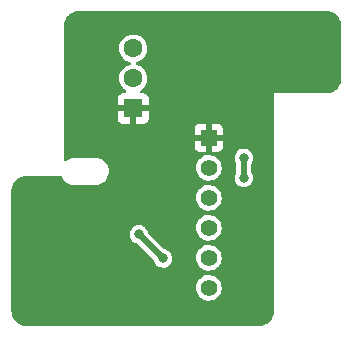
<source format=gbr>
%TF.GenerationSoftware,KiCad,Pcbnew,7.0.10-7.0.10~ubuntu22.04.1*%
%TF.CreationDate,2024-01-21T09:33:42-08:00*%
%TF.ProjectId,MAG_encoder_adapter,4d41475f-656e-4636-9f64-65725f616461,rev?*%
%TF.SameCoordinates,Original*%
%TF.FileFunction,Copper,L2,Bot*%
%TF.FilePolarity,Positive*%
%FSLAX46Y46*%
G04 Gerber Fmt 4.6, Leading zero omitted, Abs format (unit mm)*
G04 Created by KiCad (PCBNEW 7.0.10-7.0.10~ubuntu22.04.1) date 2024-01-21 09:33:42*
%MOMM*%
%LPD*%
G01*
G04 APERTURE LIST*
%TA.AperFunction,ComponentPad*%
%ADD10R,1.600200X1.600200*%
%TD*%
%TA.AperFunction,ComponentPad*%
%ADD11C,1.600200*%
%TD*%
%TA.AperFunction,ComponentPad*%
%ADD12R,1.397000X1.397000*%
%TD*%
%TA.AperFunction,ComponentPad*%
%ADD13C,1.397000*%
%TD*%
%TA.AperFunction,ViaPad*%
%ADD14C,0.800000*%
%TD*%
%TA.AperFunction,ViaPad*%
%ADD15C,1.016000*%
%TD*%
%TA.AperFunction,Conductor*%
%ADD16C,0.508000*%
%TD*%
G04 APERTURE END LIST*
D10*
%TO.P,J2,1,Pin_1*%
%TO.N,GND*%
X167156451Y-109220000D03*
D11*
%TO.P,J2,2,Pin_2*%
%TO.N,+5V*%
X167156451Y-106680000D03*
%TO.P,J2,3,Pin_3*%
%TO.N,/AIN*%
X167156451Y-104140000D03*
%TD*%
D12*
%TO.P,J3,1,Pin_1*%
%TO.N,GND*%
X173558200Y-111709200D03*
D13*
%TO.P,J3,2,Pin_2*%
%TO.N,+5V*%
X173558200Y-114249200D03*
%TO.P,J3,3,Pin_3*%
%TO.N,/A*%
X173558200Y-116789200D03*
%TO.P,J3,4,Pin_4*%
%TO.N,/B*%
X173558200Y-119329200D03*
%TO.P,J3,5,Pin_5*%
%TO.N,/PWM*%
X173558200Y-121869200D03*
%TO.P,J3,6,Pin_6*%
%TO.N,/AIN*%
X173558200Y-124409200D03*
%TD*%
D14*
%TO.N,GND*%
X172720000Y-104140000D03*
D15*
X161290000Y-118110000D03*
D14*
%TO.N,/PWM*%
X167640000Y-119888000D03*
X169672000Y-121920000D03*
%TO.N,/AIN*%
X176530000Y-113395700D03*
X176530000Y-115102700D03*
%TD*%
D16*
%TO.N,/PWM*%
X169672000Y-121920000D02*
X167640000Y-119888000D01*
%TO.N,/AIN*%
X176530000Y-113395700D02*
X176530000Y-115102700D01*
%TD*%
%TA.AperFunction,Conductor*%
%TO.N,GND*%
G36*
X183520474Y-100965479D02*
G01*
X183568516Y-100969682D01*
X183724555Y-100983334D01*
X183746178Y-100987146D01*
X183879535Y-101022879D01*
X183938718Y-101038737D01*
X183959358Y-101046249D01*
X184140015Y-101130492D01*
X184159026Y-101141468D01*
X184300489Y-101240522D01*
X184322314Y-101255804D01*
X184339138Y-101269922D01*
X184480078Y-101410862D01*
X184494196Y-101427686D01*
X184608532Y-101590974D01*
X184619508Y-101609985D01*
X184693102Y-101767807D01*
X184703751Y-101790643D01*
X184711263Y-101811282D01*
X184762853Y-102003818D01*
X184766667Y-102025448D01*
X184784521Y-102229526D01*
X184785000Y-102240507D01*
X184785000Y-106674493D01*
X184784521Y-106685474D01*
X184766667Y-106889552D01*
X184762853Y-106911182D01*
X184711263Y-107103718D01*
X184703751Y-107124357D01*
X184619508Y-107305015D01*
X184608532Y-107324026D01*
X184509478Y-107465489D01*
X184494196Y-107487314D01*
X184480078Y-107504138D01*
X184339138Y-107645078D01*
X184322314Y-107659196D01*
X184159026Y-107773532D01*
X184140015Y-107784508D01*
X183982193Y-107858102D01*
X183959357Y-107868751D01*
X183938717Y-107876263D01*
X183746178Y-107927854D01*
X183724555Y-107931666D01*
X183568516Y-107945318D01*
X183520474Y-107949521D01*
X183509493Y-107950000D01*
X176530000Y-107950000D01*
X176530000Y-100965000D01*
X183509493Y-100965000D01*
X183520474Y-100965479D01*
G37*
%TD.AperFunction*%
%TD*%
%TA.AperFunction,Conductor*%
%TO.N,GND*%
G36*
X179070000Y-126359493D02*
G01*
X179069521Y-126370474D01*
X179051667Y-126574552D01*
X179047853Y-126596182D01*
X178996263Y-126788718D01*
X178988751Y-126809357D01*
X178904508Y-126990015D01*
X178893532Y-127009026D01*
X178794478Y-127150489D01*
X178779196Y-127172314D01*
X178765078Y-127189138D01*
X178624138Y-127330078D01*
X178607314Y-127344196D01*
X178444026Y-127458532D01*
X178425015Y-127469508D01*
X178267193Y-127543102D01*
X178244357Y-127553751D01*
X178223717Y-127561263D01*
X178031178Y-127612854D01*
X178009555Y-127616666D01*
X177853516Y-127630318D01*
X177805474Y-127634521D01*
X177794493Y-127635000D01*
X158120507Y-127635000D01*
X158109526Y-127634521D01*
X158061484Y-127630318D01*
X157905445Y-127616666D01*
X157883822Y-127612854D01*
X157691283Y-127561263D01*
X157670643Y-127553751D01*
X157647807Y-127543102D01*
X157489985Y-127469508D01*
X157470974Y-127458532D01*
X157307686Y-127344196D01*
X157290862Y-127330078D01*
X157149922Y-127189138D01*
X157135804Y-127172314D01*
X157120522Y-127150489D01*
X157021468Y-127009026D01*
X157010492Y-126990015D01*
X156926249Y-126809357D01*
X156918737Y-126788718D01*
X156867147Y-126596182D01*
X156863333Y-126574552D01*
X156845479Y-126370474D01*
X156845000Y-126359493D01*
X156845000Y-124380808D01*
X172473945Y-124380808D01*
X172486927Y-124578873D01*
X172535786Y-124771256D01*
X172618885Y-124951513D01*
X172733443Y-125113609D01*
X172875622Y-125252113D01*
X173040661Y-125362389D01*
X173045964Y-125364667D01*
X173045967Y-125364669D01*
X173121769Y-125397236D01*
X173223032Y-125440742D01*
X173294105Y-125456824D01*
X173410991Y-125483273D01*
X173410996Y-125483274D01*
X173416628Y-125484548D01*
X173422399Y-125484775D01*
X173422401Y-125484775D01*
X173481462Y-125487095D01*
X173614965Y-125492341D01*
X173713183Y-125478100D01*
X173805687Y-125464688D01*
X173805692Y-125464687D01*
X173811401Y-125463859D01*
X173999358Y-125400056D01*
X174172539Y-125303070D01*
X174325147Y-125176147D01*
X174452070Y-125023539D01*
X174549056Y-124850358D01*
X174612859Y-124662401D01*
X174613687Y-124656692D01*
X174613688Y-124656687D01*
X174640808Y-124469638D01*
X174641341Y-124465965D01*
X174642827Y-124409200D01*
X174624665Y-124211542D01*
X174570787Y-124020504D01*
X174482997Y-123842484D01*
X174364235Y-123683443D01*
X174359999Y-123679527D01*
X174222720Y-123552628D01*
X174222718Y-123552626D01*
X174218479Y-123548708D01*
X174050610Y-123442790D01*
X174045250Y-123440652D01*
X174045247Y-123440650D01*
X173958431Y-123406014D01*
X173866251Y-123369238D01*
X173860594Y-123368113D01*
X173860588Y-123368111D01*
X173677241Y-123331642D01*
X173677239Y-123331642D01*
X173671574Y-123330515D01*
X173665799Y-123330439D01*
X173665795Y-123330439D01*
X173566838Y-123329144D01*
X173473101Y-123327917D01*
X173467404Y-123328896D01*
X173467403Y-123328896D01*
X173283175Y-123360552D01*
X173277478Y-123361531D01*
X173091256Y-123430232D01*
X172920672Y-123531718D01*
X172771439Y-123662592D01*
X172767864Y-123667127D01*
X172767863Y-123667128D01*
X172755001Y-123683443D01*
X172648555Y-123818470D01*
X172645866Y-123823581D01*
X172645864Y-123823584D01*
X172599189Y-123912298D01*
X172556135Y-123994131D01*
X172497275Y-124183693D01*
X172473945Y-124380808D01*
X156845000Y-124380808D01*
X156845000Y-119877020D01*
X166853632Y-119877020D01*
X166870741Y-120051511D01*
X166926083Y-120217876D01*
X166929730Y-120223898D01*
X166929731Y-120223900D01*
X167012606Y-120360742D01*
X167016908Y-120367846D01*
X167021797Y-120372909D01*
X167021798Y-120372910D01*
X167052351Y-120404548D01*
X167138701Y-120493966D01*
X167144593Y-120497821D01*
X167144597Y-120497825D01*
X167229457Y-120553355D01*
X167285410Y-120589970D01*
X167292014Y-120592426D01*
X167443140Y-120648629D01*
X167443142Y-120648629D01*
X167449742Y-120651084D01*
X167456725Y-120652016D01*
X167456726Y-120652016D01*
X167462134Y-120652737D01*
X167470487Y-120653852D01*
X167535364Y-120682687D01*
X167542918Y-120689650D01*
X168868181Y-122014914D01*
X168902149Y-122077474D01*
X168902741Y-122083511D01*
X168958083Y-122249876D01*
X168961730Y-122255898D01*
X168961731Y-122255900D01*
X168991401Y-122304890D01*
X169048908Y-122399846D01*
X169053797Y-122404909D01*
X169053798Y-122404910D01*
X169124868Y-122478505D01*
X169170701Y-122525966D01*
X169176593Y-122529821D01*
X169176597Y-122529825D01*
X169236294Y-122568889D01*
X169317410Y-122621970D01*
X169324014Y-122624426D01*
X169475140Y-122680629D01*
X169475142Y-122680629D01*
X169481742Y-122683084D01*
X169488725Y-122684016D01*
X169488726Y-122684016D01*
X169648549Y-122705342D01*
X169648553Y-122705342D01*
X169655530Y-122706273D01*
X169662541Y-122705635D01*
X169662545Y-122705635D01*
X169800105Y-122693115D01*
X169830137Y-122690382D01*
X169836839Y-122688204D01*
X169836841Y-122688204D01*
X169990185Y-122638380D01*
X169990188Y-122638379D01*
X169996884Y-122636203D01*
X170147484Y-122546427D01*
X170152578Y-122541576D01*
X170152582Y-122541573D01*
X170221833Y-122475625D01*
X170274452Y-122425517D01*
X170371477Y-122279482D01*
X170433737Y-122115581D01*
X170458138Y-121941959D01*
X170458445Y-121920000D01*
X170449562Y-121840808D01*
X172473945Y-121840808D01*
X172486927Y-122038873D01*
X172535786Y-122231256D01*
X172618885Y-122411513D01*
X172622218Y-122416229D01*
X172714233Y-122546427D01*
X172733443Y-122573609D01*
X172875622Y-122712113D01*
X173040661Y-122822389D01*
X173045964Y-122824667D01*
X173045967Y-122824669D01*
X173121769Y-122857236D01*
X173223032Y-122900742D01*
X173294105Y-122916824D01*
X173410991Y-122943273D01*
X173410996Y-122943274D01*
X173416628Y-122944548D01*
X173422399Y-122944775D01*
X173422401Y-122944775D01*
X173481462Y-122947095D01*
X173614965Y-122952341D01*
X173713183Y-122938100D01*
X173805687Y-122924688D01*
X173805692Y-122924687D01*
X173811401Y-122923859D01*
X173999358Y-122860056D01*
X174172539Y-122763070D01*
X174325147Y-122636147D01*
X174396769Y-122550031D01*
X174448379Y-122487977D01*
X174452070Y-122483539D01*
X174549056Y-122310358D01*
X174612859Y-122122401D01*
X174613687Y-122116692D01*
X174613688Y-122116687D01*
X174640808Y-121929638D01*
X174641341Y-121925965D01*
X174642827Y-121869200D01*
X174624665Y-121671542D01*
X174570787Y-121480504D01*
X174482997Y-121302484D01*
X174364235Y-121143443D01*
X174359999Y-121139527D01*
X174222720Y-121012628D01*
X174222718Y-121012626D01*
X174218479Y-121008708D01*
X174050610Y-120902790D01*
X174045250Y-120900652D01*
X174045247Y-120900650D01*
X173958430Y-120866014D01*
X173866251Y-120829238D01*
X173860594Y-120828113D01*
X173860588Y-120828111D01*
X173677241Y-120791642D01*
X173677239Y-120791642D01*
X173671574Y-120790515D01*
X173665799Y-120790439D01*
X173665795Y-120790439D01*
X173566838Y-120789144D01*
X173473101Y-120787917D01*
X173467404Y-120788896D01*
X173467403Y-120788896D01*
X173283175Y-120820552D01*
X173277478Y-120821531D01*
X173091256Y-120890232D01*
X172920672Y-120991718D01*
X172771439Y-121122592D01*
X172767864Y-121127127D01*
X172767863Y-121127128D01*
X172755001Y-121143443D01*
X172648555Y-121278470D01*
X172645866Y-121283581D01*
X172645864Y-121283584D01*
X172599189Y-121372298D01*
X172556135Y-121454131D01*
X172497275Y-121643693D01*
X172473945Y-121840808D01*
X170449562Y-121840808D01*
X170438901Y-121745764D01*
X170415060Y-121677299D01*
X170383557Y-121586835D01*
X170383556Y-121586833D01*
X170381242Y-121580188D01*
X170322430Y-121486069D01*
X170292064Y-121437473D01*
X170292063Y-121437471D01*
X170288332Y-121431501D01*
X170164789Y-121307094D01*
X170158846Y-121303322D01*
X170158843Y-121303320D01*
X170077270Y-121251552D01*
X170016755Y-121213148D01*
X169989570Y-121203468D01*
X169858220Y-121156696D01*
X169858215Y-121156695D01*
X169851585Y-121154334D01*
X169844597Y-121153501D01*
X169844594Y-121153500D01*
X169842092Y-121153202D01*
X169840599Y-121152563D01*
X169837729Y-121151890D01*
X169837847Y-121151386D01*
X169776819Y-121125275D01*
X169767915Y-121117183D01*
X168443460Y-119792728D01*
X168409434Y-119730416D01*
X168408269Y-119723329D01*
X168407686Y-119720763D01*
X168406901Y-119713764D01*
X168349242Y-119548188D01*
X168256332Y-119399501D01*
X168247835Y-119390944D01*
X168193853Y-119336585D01*
X168158324Y-119300808D01*
X172473945Y-119300808D01*
X172486927Y-119498873D01*
X172535786Y-119691256D01*
X172618885Y-119871513D01*
X172733443Y-120033609D01*
X172875622Y-120172113D01*
X173040661Y-120282389D01*
X173045964Y-120284667D01*
X173045967Y-120284669D01*
X173121769Y-120317236D01*
X173223032Y-120360742D01*
X173294105Y-120376824D01*
X173410991Y-120403273D01*
X173410996Y-120403274D01*
X173416628Y-120404548D01*
X173422399Y-120404775D01*
X173422401Y-120404775D01*
X173481462Y-120407095D01*
X173614965Y-120412341D01*
X173713183Y-120398100D01*
X173805687Y-120384688D01*
X173805692Y-120384687D01*
X173811401Y-120383859D01*
X173999358Y-120320056D01*
X174172539Y-120223070D01*
X174325147Y-120096147D01*
X174452070Y-119943539D01*
X174549056Y-119770358D01*
X174612859Y-119582401D01*
X174613687Y-119576692D01*
X174613688Y-119576687D01*
X174640808Y-119389638D01*
X174641341Y-119385965D01*
X174642827Y-119329200D01*
X174624665Y-119131542D01*
X174621175Y-119119165D01*
X174572356Y-118946069D01*
X174570787Y-118940504D01*
X174482997Y-118762484D01*
X174364235Y-118603443D01*
X174359999Y-118599527D01*
X174222720Y-118472628D01*
X174222718Y-118472626D01*
X174218479Y-118468708D01*
X174050610Y-118362790D01*
X174045250Y-118360652D01*
X174045247Y-118360650D01*
X173958431Y-118326014D01*
X173866251Y-118289238D01*
X173860594Y-118288113D01*
X173860588Y-118288111D01*
X173677241Y-118251642D01*
X173677239Y-118251642D01*
X173671574Y-118250515D01*
X173665799Y-118250439D01*
X173665795Y-118250439D01*
X173566838Y-118249144D01*
X173473101Y-118247917D01*
X173467404Y-118248896D01*
X173467403Y-118248896D01*
X173283175Y-118280552D01*
X173277478Y-118281531D01*
X173091256Y-118350232D01*
X172920672Y-118451718D01*
X172771439Y-118582592D01*
X172767864Y-118587127D01*
X172767863Y-118587128D01*
X172755001Y-118603443D01*
X172648555Y-118738470D01*
X172645866Y-118743581D01*
X172645864Y-118743584D01*
X172599189Y-118832298D01*
X172556135Y-118914131D01*
X172497275Y-119103693D01*
X172473945Y-119300808D01*
X168158324Y-119300808D01*
X168132789Y-119275094D01*
X168126846Y-119271322D01*
X168126843Y-119271320D01*
X168045270Y-119219552D01*
X167984755Y-119181148D01*
X167957570Y-119171468D01*
X167826220Y-119124696D01*
X167826215Y-119124695D01*
X167819585Y-119122334D01*
X167812597Y-119121501D01*
X167812594Y-119121500D01*
X167692307Y-119107157D01*
X167645490Y-119101574D01*
X167638487Y-119102310D01*
X167638486Y-119102310D01*
X167478122Y-119119165D01*
X167478120Y-119119166D01*
X167471122Y-119119901D01*
X167305148Y-119176403D01*
X167291296Y-119184925D01*
X167161823Y-119264577D01*
X167161820Y-119264579D01*
X167155816Y-119268273D01*
X167150781Y-119273204D01*
X167150778Y-119273206D01*
X167089817Y-119332904D01*
X167030549Y-119390944D01*
X166935572Y-119538319D01*
X166933163Y-119544939D01*
X166933161Y-119544942D01*
X166879907Y-119691256D01*
X166875606Y-119703074D01*
X166874723Y-119710062D01*
X166874723Y-119710063D01*
X166873047Y-119723329D01*
X166853632Y-119877020D01*
X156845000Y-119877020D01*
X156845000Y-116760808D01*
X172473945Y-116760808D01*
X172486927Y-116958873D01*
X172535786Y-117151256D01*
X172618885Y-117331513D01*
X172733443Y-117493609D01*
X172875622Y-117632113D01*
X173040661Y-117742389D01*
X173045964Y-117744667D01*
X173045967Y-117744669D01*
X173121769Y-117777236D01*
X173223032Y-117820742D01*
X173294105Y-117836824D01*
X173410991Y-117863273D01*
X173410996Y-117863274D01*
X173416628Y-117864548D01*
X173422399Y-117864775D01*
X173422401Y-117864775D01*
X173481462Y-117867095D01*
X173614965Y-117872341D01*
X173713183Y-117858100D01*
X173805687Y-117844688D01*
X173805692Y-117844687D01*
X173811401Y-117843859D01*
X173999358Y-117780056D01*
X174172539Y-117683070D01*
X174325147Y-117556147D01*
X174452070Y-117403539D01*
X174549056Y-117230358D01*
X174612859Y-117042401D01*
X174613687Y-117036692D01*
X174613688Y-117036687D01*
X174640808Y-116849638D01*
X174641341Y-116845965D01*
X174642827Y-116789200D01*
X174624665Y-116591542D01*
X174570787Y-116400504D01*
X174482997Y-116222484D01*
X174364235Y-116063443D01*
X174359999Y-116059527D01*
X174222720Y-115932628D01*
X174222718Y-115932626D01*
X174218479Y-115928708D01*
X174050610Y-115822790D01*
X174045250Y-115820652D01*
X174045247Y-115820650D01*
X173946570Y-115781282D01*
X173866251Y-115749238D01*
X173860594Y-115748113D01*
X173860588Y-115748111D01*
X173677241Y-115711642D01*
X173677239Y-115711642D01*
X173671574Y-115710515D01*
X173665799Y-115710439D01*
X173665795Y-115710439D01*
X173566838Y-115709144D01*
X173473101Y-115707917D01*
X173467404Y-115708896D01*
X173467403Y-115708896D01*
X173377914Y-115724273D01*
X173277478Y-115741531D01*
X173091256Y-115810232D01*
X172920672Y-115911718D01*
X172771439Y-116042592D01*
X172767864Y-116047127D01*
X172767863Y-116047128D01*
X172755001Y-116063443D01*
X172648555Y-116198470D01*
X172645866Y-116203581D01*
X172645864Y-116203584D01*
X172599189Y-116292298D01*
X172556135Y-116374131D01*
X172497275Y-116563693D01*
X172473945Y-116760808D01*
X156845000Y-116760808D01*
X156845000Y-116210507D01*
X156845479Y-116199526D01*
X156863333Y-115995448D01*
X156867147Y-115973818D01*
X156884579Y-115908763D01*
X156918737Y-115781282D01*
X156926249Y-115760643D01*
X156962129Y-115683698D01*
X157010492Y-115579985D01*
X157021468Y-115560974D01*
X157135804Y-115397686D01*
X157149922Y-115380862D01*
X157290862Y-115239922D01*
X157307686Y-115225804D01*
X157345710Y-115199179D01*
X157470974Y-115111468D01*
X157489985Y-115100492D01*
X157670642Y-115016249D01*
X157691282Y-115008737D01*
X157733375Y-114997458D01*
X157883822Y-114957146D01*
X157905445Y-114953334D01*
X158061484Y-114939682D01*
X158109526Y-114935479D01*
X158120507Y-114935000D01*
X161100637Y-114935000D01*
X161142472Y-115048399D01*
X161249926Y-115229012D01*
X161388494Y-115387019D01*
X161553537Y-115517128D01*
X161558653Y-115519819D01*
X161558655Y-115519821D01*
X161734410Y-115612290D01*
X161739527Y-115614982D01*
X161940234Y-115677304D01*
X161945969Y-115677983D01*
X161945970Y-115677983D01*
X161976532Y-115681600D01*
X162110874Y-115697500D01*
X164010316Y-115697500D01*
X164166279Y-115683169D01*
X164171841Y-115681600D01*
X164171843Y-115681600D01*
X164267414Y-115654646D01*
X164368549Y-115626123D01*
X164557037Y-115533171D01*
X164644240Y-115468054D01*
X164720805Y-115410880D01*
X164720806Y-115410879D01*
X164725429Y-115407427D01*
X164729345Y-115403191D01*
X164864167Y-115257341D01*
X164864169Y-115257338D01*
X164868086Y-115253101D01*
X164980231Y-115075362D01*
X165058108Y-114880163D01*
X165059233Y-114874506D01*
X165059235Y-114874500D01*
X165097981Y-114679707D01*
X165097981Y-114679705D01*
X165099108Y-114674040D01*
X165099475Y-114646064D01*
X165101783Y-114469680D01*
X165101859Y-114463898D01*
X165066268Y-114256772D01*
X165053000Y-114220808D01*
X172473945Y-114220808D01*
X172486927Y-114418873D01*
X172535786Y-114611256D01*
X172618885Y-114791513D01*
X172622218Y-114796229D01*
X172713057Y-114924763D01*
X172733443Y-114953609D01*
X172875622Y-115092113D01*
X173040661Y-115202389D01*
X173045964Y-115204667D01*
X173045967Y-115204669D01*
X173158696Y-115253101D01*
X173223032Y-115280742D01*
X173294105Y-115296824D01*
X173410991Y-115323273D01*
X173410996Y-115323274D01*
X173416628Y-115324548D01*
X173422399Y-115324775D01*
X173422401Y-115324775D01*
X173481462Y-115327095D01*
X173614965Y-115332341D01*
X173713183Y-115318100D01*
X173805687Y-115304688D01*
X173805692Y-115304687D01*
X173811401Y-115303859D01*
X173827834Y-115298281D01*
X173993890Y-115241912D01*
X173999358Y-115240056D01*
X174172539Y-115143070D01*
X174234281Y-115091720D01*
X175743632Y-115091720D01*
X175760741Y-115266211D01*
X175816083Y-115432576D01*
X175819730Y-115438598D01*
X175819731Y-115438600D01*
X175893844Y-115560974D01*
X175906908Y-115582546D01*
X175911797Y-115587609D01*
X175911798Y-115587610D01*
X175948990Y-115626123D01*
X176028701Y-115708666D01*
X176034593Y-115712521D01*
X176034597Y-115712525D01*
X176108130Y-115760643D01*
X176175410Y-115804670D01*
X176182014Y-115807126D01*
X176333140Y-115863329D01*
X176333142Y-115863329D01*
X176339742Y-115865784D01*
X176346725Y-115866716D01*
X176346726Y-115866716D01*
X176506549Y-115888042D01*
X176506553Y-115888042D01*
X176513530Y-115888973D01*
X176520541Y-115888335D01*
X176520545Y-115888335D01*
X176658105Y-115875815D01*
X176688137Y-115873082D01*
X176694839Y-115870904D01*
X176694841Y-115870904D01*
X176848185Y-115821080D01*
X176848188Y-115821079D01*
X176854884Y-115818903D01*
X177005484Y-115729127D01*
X177010578Y-115724276D01*
X177010582Y-115724273D01*
X177112001Y-115627692D01*
X177132452Y-115608217D01*
X177229477Y-115462182D01*
X177291737Y-115298281D01*
X177305665Y-115199179D01*
X177315587Y-115128583D01*
X177315588Y-115128575D01*
X177316138Y-115124659D01*
X177316291Y-115113680D01*
X177316390Y-115106662D01*
X177316390Y-115106656D01*
X177316445Y-115102700D01*
X177296901Y-114928464D01*
X177293179Y-114917774D01*
X177241557Y-114769535D01*
X177241556Y-114769533D01*
X177239242Y-114762888D01*
X177197067Y-114695393D01*
X177184646Y-114675516D01*
X177165500Y-114608746D01*
X177165500Y-113889517D01*
X177186552Y-113819790D01*
X177225576Y-113761054D01*
X177225577Y-113761052D01*
X177229477Y-113755182D01*
X177291737Y-113591281D01*
X177303564Y-113507128D01*
X177315587Y-113421583D01*
X177315588Y-113421575D01*
X177316138Y-113417659D01*
X177316445Y-113395700D01*
X177296901Y-113221464D01*
X177293179Y-113210774D01*
X177241557Y-113062535D01*
X177241556Y-113062533D01*
X177239242Y-113055888D01*
X177146332Y-112907201D01*
X177137835Y-112898644D01*
X177027754Y-112787794D01*
X177022789Y-112782794D01*
X177016846Y-112779022D01*
X177016843Y-112779020D01*
X176935270Y-112727252D01*
X176874755Y-112688848D01*
X176801466Y-112662751D01*
X176716220Y-112632396D01*
X176716215Y-112632395D01*
X176709585Y-112630034D01*
X176702597Y-112629201D01*
X176702594Y-112629200D01*
X176582307Y-112614857D01*
X176535490Y-112609274D01*
X176528487Y-112610010D01*
X176528486Y-112610010D01*
X176368122Y-112626865D01*
X176368120Y-112626866D01*
X176361122Y-112627601D01*
X176195148Y-112684103D01*
X176181296Y-112692625D01*
X176051823Y-112772277D01*
X176051820Y-112772279D01*
X176045816Y-112775973D01*
X176040781Y-112780904D01*
X176040778Y-112780906D01*
X175958965Y-112861024D01*
X175920549Y-112898644D01*
X175825572Y-113046019D01*
X175823163Y-113052639D01*
X175823161Y-113052642D01*
X175768970Y-113201531D01*
X175765606Y-113210774D01*
X175764723Y-113217762D01*
X175764723Y-113217763D01*
X175763372Y-113228461D01*
X175743632Y-113384720D01*
X175760741Y-113559211D01*
X175816083Y-113725576D01*
X175819730Y-113731598D01*
X175819731Y-113731600D01*
X175876276Y-113824967D01*
X175894500Y-113890238D01*
X175894500Y-114608981D01*
X175874411Y-114677236D01*
X175825572Y-114753019D01*
X175823163Y-114759639D01*
X175823161Y-114759642D01*
X175781356Y-114874500D01*
X175765606Y-114917774D01*
X175764723Y-114924762D01*
X175764723Y-114924763D01*
X175763430Y-114935000D01*
X175743632Y-115091720D01*
X174234281Y-115091720D01*
X174325147Y-115016147D01*
X174452070Y-114863539D01*
X174549056Y-114690358D01*
X174612859Y-114502401D01*
X174613687Y-114496692D01*
X174613688Y-114496687D01*
X174640808Y-114309638D01*
X174641341Y-114305965D01*
X174642827Y-114249200D01*
X174624665Y-114051542D01*
X174570787Y-113860504D01*
X174482997Y-113682484D01*
X174364235Y-113523443D01*
X174359999Y-113519527D01*
X174222720Y-113392628D01*
X174222718Y-113392626D01*
X174218479Y-113388708D01*
X174050610Y-113282790D01*
X174045250Y-113280652D01*
X174045247Y-113280650D01*
X173958430Y-113246014D01*
X173866251Y-113209238D01*
X173860594Y-113208113D01*
X173860588Y-113208111D01*
X173677241Y-113171642D01*
X173677239Y-113171642D01*
X173671574Y-113170515D01*
X173665799Y-113170439D01*
X173665795Y-113170439D01*
X173566838Y-113169144D01*
X173473101Y-113167917D01*
X173467404Y-113168896D01*
X173467403Y-113168896D01*
X173283175Y-113200552D01*
X173277478Y-113201531D01*
X173091256Y-113270232D01*
X172920672Y-113371718D01*
X172771439Y-113502592D01*
X172767864Y-113507127D01*
X172767863Y-113507128D01*
X172755001Y-113523443D01*
X172648555Y-113658470D01*
X172645866Y-113663581D01*
X172645864Y-113663584D01*
X172626403Y-113700573D01*
X172556135Y-113834131D01*
X172497275Y-114023693D01*
X172473945Y-114220808D01*
X165053000Y-114220808D01*
X164993528Y-114059601D01*
X164886074Y-113878988D01*
X164747506Y-113720981D01*
X164645065Y-113640223D01*
X164587002Y-113594450D01*
X164587000Y-113594449D01*
X164582463Y-113590872D01*
X164577347Y-113588181D01*
X164577345Y-113588179D01*
X164401590Y-113495710D01*
X164401588Y-113495709D01*
X164396473Y-113493018D01*
X164195766Y-113430696D01*
X164190031Y-113430017D01*
X164190030Y-113430017D01*
X164118768Y-113421583D01*
X164025126Y-113410500D01*
X162125684Y-113410500D01*
X161969721Y-113424831D01*
X161964159Y-113426400D01*
X161964157Y-113426400D01*
X161868586Y-113453354D01*
X161767451Y-113481877D01*
X161578963Y-113574829D01*
X161574335Y-113578285D01*
X161574330Y-113578288D01*
X161491388Y-113640223D01*
X161424839Y-113664955D01*
X161355483Y-113649780D01*
X161305340Y-113599518D01*
X161290000Y-113539265D01*
X161290000Y-112452369D01*
X172351701Y-112452369D01*
X172352071Y-112459190D01*
X172357595Y-112510052D01*
X172361221Y-112525304D01*
X172406376Y-112645754D01*
X172414914Y-112661349D01*
X172491415Y-112763424D01*
X172503976Y-112775985D01*
X172606051Y-112852486D01*
X172621646Y-112861024D01*
X172742094Y-112906178D01*
X172757349Y-112909805D01*
X172808214Y-112915331D01*
X172815028Y-112915700D01*
X173286085Y-112915700D01*
X173301324Y-112911225D01*
X173302529Y-112909835D01*
X173304200Y-112902152D01*
X173304200Y-112897584D01*
X173812200Y-112897584D01*
X173816675Y-112912823D01*
X173818065Y-112914028D01*
X173825748Y-112915699D01*
X174301369Y-112915699D01*
X174308190Y-112915329D01*
X174359052Y-112909805D01*
X174374304Y-112906179D01*
X174494754Y-112861024D01*
X174510349Y-112852486D01*
X174612424Y-112775985D01*
X174624985Y-112763424D01*
X174701486Y-112661349D01*
X174710024Y-112645754D01*
X174755178Y-112525306D01*
X174758805Y-112510051D01*
X174764331Y-112459186D01*
X174764700Y-112452372D01*
X174764700Y-111981315D01*
X174760225Y-111966076D01*
X174758835Y-111964871D01*
X174751152Y-111963200D01*
X173830315Y-111963200D01*
X173815076Y-111967675D01*
X173813871Y-111969065D01*
X173812200Y-111976748D01*
X173812200Y-112897584D01*
X173304200Y-112897584D01*
X173304200Y-111981315D01*
X173299725Y-111966076D01*
X173298335Y-111964871D01*
X173290652Y-111963200D01*
X172369816Y-111963200D01*
X172354577Y-111967675D01*
X172353372Y-111969065D01*
X172351701Y-111976748D01*
X172351701Y-112452369D01*
X161290000Y-112452369D01*
X161290000Y-111437085D01*
X172351700Y-111437085D01*
X172356175Y-111452324D01*
X172357565Y-111453529D01*
X172365248Y-111455200D01*
X173286085Y-111455200D01*
X173301324Y-111450725D01*
X173302529Y-111449335D01*
X173304200Y-111441652D01*
X173304200Y-111437085D01*
X173812200Y-111437085D01*
X173816675Y-111452324D01*
X173818065Y-111453529D01*
X173825748Y-111455200D01*
X174746584Y-111455200D01*
X174761823Y-111450725D01*
X174763028Y-111449335D01*
X174764699Y-111441652D01*
X174764699Y-110966031D01*
X174764329Y-110959210D01*
X174758805Y-110908348D01*
X174755179Y-110893096D01*
X174710024Y-110772646D01*
X174701486Y-110757051D01*
X174624985Y-110654976D01*
X174612424Y-110642415D01*
X174510349Y-110565914D01*
X174494754Y-110557376D01*
X174374306Y-110512222D01*
X174359051Y-110508595D01*
X174308186Y-110503069D01*
X174301372Y-110502700D01*
X173830315Y-110502700D01*
X173815076Y-110507175D01*
X173813871Y-110508565D01*
X173812200Y-110516248D01*
X173812200Y-111437085D01*
X173304200Y-111437085D01*
X173304200Y-110520816D01*
X173299725Y-110505577D01*
X173298335Y-110504372D01*
X173290652Y-110502701D01*
X172815031Y-110502701D01*
X172808210Y-110503071D01*
X172757348Y-110508595D01*
X172742096Y-110512221D01*
X172621646Y-110557376D01*
X172606051Y-110565914D01*
X172503976Y-110642415D01*
X172491415Y-110654976D01*
X172414914Y-110757051D01*
X172406376Y-110772646D01*
X172361222Y-110893094D01*
X172357595Y-110908349D01*
X172352069Y-110959214D01*
X172351700Y-110966028D01*
X172351700Y-111437085D01*
X161290000Y-111437085D01*
X161290000Y-110064769D01*
X165848352Y-110064769D01*
X165848722Y-110071590D01*
X165854246Y-110122452D01*
X165857872Y-110137704D01*
X165903027Y-110258154D01*
X165911565Y-110273749D01*
X165988066Y-110375824D01*
X166000627Y-110388385D01*
X166102702Y-110464886D01*
X166118297Y-110473424D01*
X166238745Y-110518578D01*
X166254000Y-110522205D01*
X166304865Y-110527731D01*
X166311679Y-110528100D01*
X166884336Y-110528100D01*
X166899575Y-110523625D01*
X166900780Y-110522235D01*
X166902451Y-110514552D01*
X166902451Y-110509984D01*
X167410451Y-110509984D01*
X167414926Y-110525223D01*
X167416316Y-110526428D01*
X167423999Y-110528099D01*
X168001220Y-110528099D01*
X168008041Y-110527729D01*
X168058903Y-110522205D01*
X168074155Y-110518579D01*
X168194605Y-110473424D01*
X168210200Y-110464886D01*
X168312275Y-110388385D01*
X168324836Y-110375824D01*
X168401337Y-110273749D01*
X168409875Y-110258154D01*
X168455029Y-110137706D01*
X168458656Y-110122451D01*
X168464182Y-110071586D01*
X168464551Y-110064772D01*
X168464551Y-109492115D01*
X168460076Y-109476876D01*
X168458686Y-109475671D01*
X168451003Y-109474000D01*
X167428566Y-109474000D01*
X167413327Y-109478475D01*
X167412122Y-109479865D01*
X167410451Y-109487548D01*
X167410451Y-110509984D01*
X166902451Y-110509984D01*
X166902451Y-109492115D01*
X166897976Y-109476876D01*
X166896586Y-109475671D01*
X166888903Y-109474000D01*
X165866467Y-109474000D01*
X165851228Y-109478475D01*
X165850023Y-109479865D01*
X165848352Y-109487548D01*
X165848352Y-110064769D01*
X161290000Y-110064769D01*
X161290000Y-108947885D01*
X165848351Y-108947885D01*
X165852826Y-108963124D01*
X165854216Y-108964329D01*
X165861899Y-108966000D01*
X168446435Y-108966000D01*
X168461674Y-108961525D01*
X168462879Y-108960135D01*
X168464550Y-108952452D01*
X168464550Y-108375231D01*
X168464180Y-108368410D01*
X168458656Y-108317548D01*
X168455030Y-108302296D01*
X168409875Y-108181846D01*
X168401337Y-108166251D01*
X168324836Y-108064176D01*
X168312275Y-108051615D01*
X168210200Y-107975114D01*
X168194605Y-107966576D01*
X168074157Y-107921422D01*
X168058902Y-107917795D01*
X168008037Y-107912269D01*
X168001223Y-107911900D01*
X167857996Y-107911900D01*
X167789875Y-107891898D01*
X167743382Y-107838242D01*
X167733278Y-107767968D01*
X167762772Y-107703388D01*
X167796425Y-107675969D01*
X167828584Y-107657959D01*
X167995548Y-107519097D01*
X168134410Y-107352133D01*
X168137234Y-107347090D01*
X168137237Y-107347086D01*
X168237697Y-107167702D01*
X168237698Y-107167700D01*
X168240521Y-107162659D01*
X168242377Y-107157192D01*
X168242379Y-107157187D01*
X168308469Y-106962490D01*
X168308470Y-106962485D01*
X168310325Y-106957021D01*
X168322764Y-106871237D01*
X168340954Y-106745779D01*
X168341487Y-106742105D01*
X168343113Y-106680000D01*
X168323242Y-106463748D01*
X168316268Y-106439018D01*
X168265863Y-106260297D01*
X168265862Y-106260295D01*
X168264295Y-106254738D01*
X168252791Y-106231409D01*
X168170802Y-106065152D01*
X168168247Y-106059971D01*
X168038313Y-105885968D01*
X167878845Y-105738558D01*
X167695184Y-105622676D01*
X167493481Y-105542205D01*
X167455579Y-105534666D01*
X167392669Y-105501759D01*
X167357537Y-105440064D01*
X167361337Y-105369169D01*
X167402862Y-105311583D01*
X167439659Y-105291774D01*
X167633638Y-105225928D01*
X167633643Y-105225926D01*
X167639110Y-105224070D01*
X167644153Y-105221246D01*
X167823537Y-105120786D01*
X167823541Y-105120783D01*
X167828584Y-105117959D01*
X167995548Y-104979097D01*
X168134410Y-104812133D01*
X168137234Y-104807090D01*
X168137237Y-104807086D01*
X168237697Y-104627702D01*
X168237698Y-104627700D01*
X168240521Y-104622659D01*
X168242377Y-104617192D01*
X168242379Y-104617187D01*
X168308469Y-104422490D01*
X168308470Y-104422485D01*
X168310325Y-104417021D01*
X168322764Y-104331237D01*
X168340954Y-104205779D01*
X168341487Y-104202105D01*
X168343113Y-104140000D01*
X168323242Y-103923748D01*
X168318748Y-103907811D01*
X168265863Y-103720297D01*
X168265862Y-103720295D01*
X168264295Y-103714738D01*
X168252791Y-103691409D01*
X168170802Y-103525152D01*
X168168247Y-103519971D01*
X168038313Y-103345968D01*
X168009517Y-103319349D01*
X167883086Y-103202478D01*
X167883084Y-103202476D01*
X167878845Y-103198558D01*
X167695184Y-103082676D01*
X167493481Y-103002205D01*
X167487821Y-103001079D01*
X167487817Y-103001078D01*
X167286159Y-102960966D01*
X167286154Y-102960966D01*
X167280491Y-102959839D01*
X167274716Y-102959763D01*
X167274712Y-102959763D01*
X167165566Y-102958334D01*
X167063347Y-102956996D01*
X167057650Y-102957975D01*
X167057649Y-102957975D01*
X166855010Y-102992795D01*
X166855007Y-102992796D01*
X166849320Y-102993773D01*
X166645580Y-103068936D01*
X166555634Y-103122448D01*
X166463917Y-103177014D01*
X166463914Y-103177016D01*
X166458949Y-103179970D01*
X166454609Y-103183776D01*
X166454605Y-103183779D01*
X166300018Y-103319349D01*
X166295677Y-103323156D01*
X166292102Y-103327691D01*
X166292101Y-103327692D01*
X166274048Y-103350592D01*
X166161233Y-103493698D01*
X166158544Y-103498809D01*
X166158542Y-103498812D01*
X166062810Y-103680766D01*
X166062807Y-103680773D01*
X166060118Y-103685884D01*
X165995720Y-103893279D01*
X165970196Y-104108937D01*
X165984399Y-104325635D01*
X166037854Y-104536116D01*
X166128772Y-104733331D01*
X166254106Y-104910675D01*
X166409660Y-105062210D01*
X166414456Y-105065415D01*
X166414459Y-105065417D01*
X166556357Y-105160229D01*
X166590225Y-105182859D01*
X166595528Y-105185137D01*
X166595531Y-105185139D01*
X166690470Y-105225928D01*
X166789752Y-105268583D01*
X166836388Y-105279136D01*
X166863763Y-105285330D01*
X166925790Y-105319873D01*
X166959294Y-105382466D01*
X166953640Y-105453237D01*
X166910621Y-105509717D01*
X166860522Y-105531029D01*
X166860594Y-105531299D01*
X166858687Y-105531810D01*
X166857293Y-105532403D01*
X166855010Y-105532795D01*
X166855007Y-105532796D01*
X166849320Y-105533773D01*
X166645580Y-105608936D01*
X166617310Y-105625755D01*
X166463917Y-105717014D01*
X166463914Y-105717016D01*
X166458949Y-105719970D01*
X166454609Y-105723776D01*
X166454605Y-105723779D01*
X166300018Y-105859349D01*
X166295677Y-105863156D01*
X166292102Y-105867691D01*
X166292101Y-105867692D01*
X166274048Y-105890592D01*
X166161233Y-106033698D01*
X166158544Y-106038809D01*
X166158542Y-106038812D01*
X166062810Y-106220766D01*
X166062807Y-106220773D01*
X166060118Y-106225884D01*
X165995720Y-106433279D01*
X165970196Y-106648937D01*
X165984399Y-106865635D01*
X166037854Y-107076116D01*
X166128772Y-107273331D01*
X166254106Y-107450675D01*
X166409660Y-107602210D01*
X166414456Y-107605415D01*
X166414464Y-107605421D01*
X166527781Y-107681136D01*
X166573309Y-107735612D01*
X166582158Y-107806055D01*
X166551517Y-107870100D01*
X166491115Y-107907411D01*
X166457780Y-107911901D01*
X166311682Y-107911901D01*
X166304861Y-107912271D01*
X166253999Y-107917795D01*
X166238747Y-107921421D01*
X166118297Y-107966576D01*
X166102702Y-107975114D01*
X166000627Y-108051615D01*
X165988066Y-108064176D01*
X165911565Y-108166251D01*
X165903027Y-108181846D01*
X165857873Y-108302294D01*
X165854246Y-108317549D01*
X165848720Y-108368414D01*
X165848351Y-108375228D01*
X165848351Y-108947885D01*
X161290000Y-108947885D01*
X161290000Y-102240507D01*
X161290479Y-102229526D01*
X161308333Y-102025448D01*
X161312147Y-102003818D01*
X161363737Y-101811282D01*
X161371249Y-101790643D01*
X161381898Y-101767807D01*
X161455492Y-101609985D01*
X161466468Y-101590974D01*
X161580804Y-101427686D01*
X161594922Y-101410862D01*
X161735862Y-101269922D01*
X161752686Y-101255804D01*
X161774511Y-101240522D01*
X161915974Y-101141468D01*
X161934985Y-101130492D01*
X162115642Y-101046249D01*
X162136282Y-101038737D01*
X162178375Y-101027458D01*
X162328822Y-100987146D01*
X162350445Y-100983334D01*
X162506484Y-100969682D01*
X162554526Y-100965479D01*
X162565507Y-100965000D01*
X179070000Y-100965000D01*
X179070000Y-126359493D01*
G37*
%TD.AperFunction*%
%TD*%
M02*

</source>
